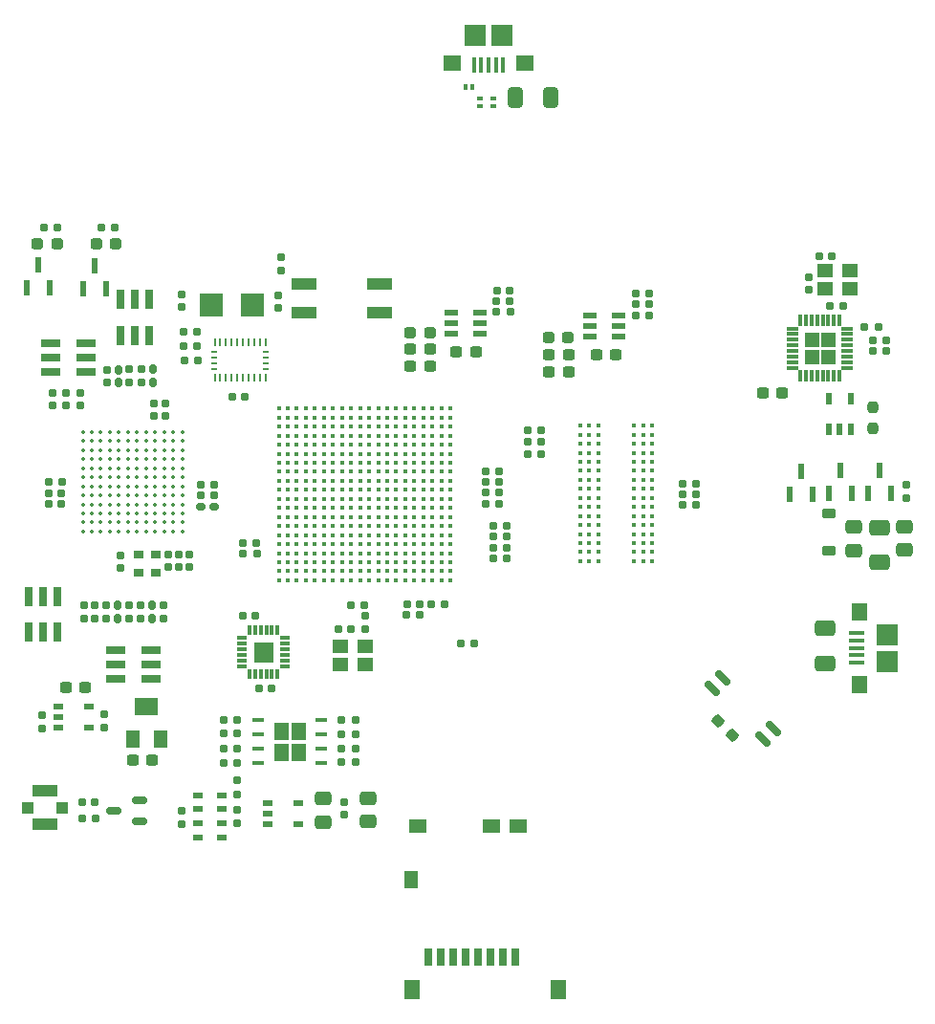
<source format=gbr>
%TF.GenerationSoftware,KiCad,Pcbnew,8.0.6*%
%TF.CreationDate,2025-01-14T20:30:26-08:00*%
%TF.ProjectId,IO_SDR_1.1,494f5f53-4452-45f3-912e-312e6b696361,rev?*%
%TF.SameCoordinates,Original*%
%TF.FileFunction,Paste,Top*%
%TF.FilePolarity,Positive*%
%FSLAX46Y46*%
G04 Gerber Fmt 4.6, Leading zero omitted, Abs format (unit mm)*
G04 Created by KiCad (PCBNEW 8.0.6) date 2025-01-14 20:30:26*
%MOMM*%
%LPD*%
G01*
G04 APERTURE LIST*
G04 Aperture macros list*
%AMRoundRect*
0 Rectangle with rounded corners*
0 $1 Rounding radius*
0 $2 $3 $4 $5 $6 $7 $8 $9 X,Y pos of 4 corners*
0 Add a 4 corners polygon primitive as box body*
4,1,4,$2,$3,$4,$5,$6,$7,$8,$9,$2,$3,0*
0 Add four circle primitives for the rounded corners*
1,1,$1+$1,$2,$3*
1,1,$1+$1,$4,$5*
1,1,$1+$1,$6,$7*
1,1,$1+$1,$8,$9*
0 Add four rect primitives between the rounded corners*
20,1,$1+$1,$2,$3,$4,$5,0*
20,1,$1+$1,$4,$5,$6,$7,0*
20,1,$1+$1,$6,$7,$8,$9,0*
20,1,$1+$1,$8,$9,$2,$3,0*%
G04 Aperture macros list end*
%ADD10C,0.010000*%
%ADD11RoundRect,0.250000X0.650000X-0.412500X0.650000X0.412500X-0.650000X0.412500X-0.650000X-0.412500X0*%
%ADD12RoundRect,0.160000X-0.160000X0.197500X-0.160000X-0.197500X0.160000X-0.197500X0.160000X0.197500X0*%
%ADD13RoundRect,0.160000X0.197500X0.160000X-0.197500X0.160000X-0.197500X-0.160000X0.197500X-0.160000X0*%
%ADD14RoundRect,0.155000X-0.212500X-0.155000X0.212500X-0.155000X0.212500X0.155000X-0.212500X0.155000X0*%
%ADD15RoundRect,0.160000X0.160000X-0.222500X0.160000X0.222500X-0.160000X0.222500X-0.160000X-0.222500X0*%
%ADD16R,0.304800X0.558800*%
%ADD17RoundRect,0.155000X0.212500X0.155000X-0.212500X0.155000X-0.212500X-0.155000X0.212500X-0.155000X0*%
%ADD18RoundRect,0.160000X-0.197500X-0.160000X0.197500X-0.160000X0.197500X0.160000X-0.197500X0.160000X0*%
%ADD19R,1.000000X1.000000*%
%ADD20R,2.200000X1.050000*%
%ADD21RoundRect,0.237500X0.237500X-0.250000X0.237500X0.250000X-0.237500X0.250000X-0.237500X-0.250000X0*%
%ADD22RoundRect,0.155000X0.155000X-0.212500X0.155000X0.212500X-0.155000X0.212500X-0.155000X-0.212500X0*%
%ADD23RoundRect,0.155000X-0.155000X0.212500X-0.155000X-0.212500X0.155000X-0.212500X0.155000X0.212500X0*%
%ADD24RoundRect,0.237500X-0.300000X-0.237500X0.300000X-0.237500X0.300000X0.237500X-0.300000X0.237500X0*%
%ADD25R,1.300000X1.600000*%
%ADD26R,2.000000X1.600000*%
%ADD27RoundRect,0.040600X-0.564400X-0.249400X0.564400X-0.249400X0.564400X0.249400X-0.564400X0.249400X0*%
%ADD28R,1.651000X0.762000*%
%ADD29RoundRect,0.250000X0.475000X-0.337500X0.475000X0.337500X-0.475000X0.337500X-0.475000X-0.337500X0*%
%ADD30R,0.558800X1.320800*%
%ADD31R,0.558800X0.304800*%
%ADD32R,0.250000X0.675000*%
%ADD33R,0.575000X0.250000*%
%ADD34RoundRect,0.225000X0.375000X-0.225000X0.375000X0.225000X-0.375000X0.225000X-0.375000X-0.225000X0*%
%ADD35R,0.800000X1.500000*%
%ADD36R,1.150000X1.500000*%
%ADD37R,1.500000X1.150000*%
%ADD38R,1.400000X1.700000*%
%ADD39RoundRect,0.237500X0.287500X0.237500X-0.287500X0.237500X-0.287500X-0.237500X0.287500X-0.237500X0*%
%ADD40RoundRect,0.237500X-0.287500X-0.237500X0.287500X-0.237500X0.287500X0.237500X-0.287500X0.237500X0*%
%ADD41RoundRect,0.002600X-0.427400X-0.127400X0.427400X-0.127400X0.427400X0.127400X-0.427400X0.127400X0*%
%ADD42RoundRect,0.002600X0.127400X-0.427400X0.127400X0.427400X-0.127400X0.427400X-0.127400X-0.427400X0*%
%ADD43RoundRect,0.002600X0.427400X0.127400X-0.427400X0.127400X-0.427400X-0.127400X0.427400X-0.127400X0*%
%ADD44RoundRect,0.002600X-0.127400X0.427400X-0.127400X-0.427400X0.127400X-0.427400X0.127400X0.427400X0*%
%ADD45RoundRect,0.008100X-0.126900X0.421900X-0.126900X-0.421900X0.126900X-0.421900X0.126900X0.421900X0*%
%ADD46RoundRect,0.008100X-0.421900X-0.126900X0.421900X-0.126900X0.421900X0.126900X-0.421900X0.126900X0*%
%ADD47R,0.952500X0.558800*%
%ADD48RoundRect,0.237500X0.300000X0.237500X-0.300000X0.237500X-0.300000X-0.237500X0.300000X-0.237500X0*%
%ADD49R,1.400000X1.200000*%
%ADD50R,0.762000X1.651000*%
%ADD51RoundRect,0.250000X-0.412500X-0.650000X0.412500X-0.650000X0.412500X0.650000X-0.412500X0.650000X0*%
%ADD52RoundRect,0.250000X-0.475000X0.337500X-0.475000X-0.337500X0.475000X-0.337500X0.475000X0.337500X0*%
%ADD53RoundRect,0.237500X0.344715X-0.008839X-0.008839X0.344715X-0.344715X0.008839X0.008839X-0.344715X0*%
%ADD54RoundRect,0.160000X0.222500X0.160000X-0.222500X0.160000X-0.222500X-0.160000X0.222500X-0.160000X0*%
%ADD55R,1.350000X0.400000*%
%ADD56R,1.400000X1.600000*%
%ADD57R,1.900000X1.900000*%
%ADD58C,0.350000*%
%ADD59C,0.410000*%
%ADD60RoundRect,0.150000X0.512500X0.150000X-0.512500X0.150000X-0.512500X-0.150000X0.512500X-0.150000X0*%
%ADD61R,2.160000X1.120000*%
%ADD62C,0.450000*%
%ADD63R,0.508000X1.003300*%
%ADD64RoundRect,0.150000X-0.574524X0.362392X0.362392X-0.574524X0.574524X-0.362392X-0.362392X0.574524X0*%
%ADD65RoundRect,0.160000X-0.160000X0.222500X-0.160000X-0.222500X0.160000X-0.222500X0.160000X0.222500X0*%
%ADD66R,1.400000X1.150000*%
%ADD67R,2.000000X2.000000*%
%ADD68R,0.950000X0.550000*%
%ADD69R,0.850000X0.650000*%
%ADD70R,0.400000X1.350000*%
%ADD71R,1.600000X1.400000*%
%ADD72RoundRect,0.160000X0.160000X-0.197500X0.160000X0.197500X-0.160000X0.197500X-0.160000X-0.197500X0*%
%ADD73R,1.100000X0.440000*%
G04 APERTURE END LIST*
D10*
%TO.C,U13*%
X177617654Y-82018184D02*
X176445724Y-82018184D01*
X176445724Y-80846254D01*
X177617654Y-80846254D01*
X177617654Y-82018184D01*
G36*
X177617654Y-82018184D02*
G01*
X176445724Y-82018184D01*
X176445724Y-80846254D01*
X177617654Y-80846254D01*
X177617654Y-82018184D01*
G37*
X177617654Y-80526185D02*
X176447084Y-80526185D01*
X176447084Y-79356254D01*
X177617654Y-79356254D01*
X177617654Y-80526185D01*
G36*
X177617654Y-80526185D02*
G01*
X176447084Y-80526185D01*
X176447084Y-79356254D01*
X177617654Y-79356254D01*
X177617654Y-80526185D01*
G37*
X179107654Y-80526063D02*
X177937845Y-80526063D01*
X177937845Y-79356254D01*
X179107654Y-79356254D01*
X179107654Y-80526063D01*
G36*
X179107654Y-80526063D02*
G01*
X177937845Y-80526063D01*
X177937845Y-79356254D01*
X179107654Y-79356254D01*
X179107654Y-80526063D01*
G37*
X179107654Y-82018364D02*
X177937908Y-82018364D01*
X177937908Y-80846254D01*
X179107654Y-80846254D01*
X179107654Y-82018364D01*
G36*
X179107654Y-82018364D02*
G01*
X177937908Y-82018364D01*
X177937908Y-80846254D01*
X179107654Y-80846254D01*
X179107654Y-82018364D01*
G37*
%TO.C,U16*%
X129318600Y-108414400D02*
X127678600Y-108414400D01*
X127678600Y-106774400D01*
X129318600Y-106774400D01*
X129318600Y-108414400D01*
G36*
X129318600Y-108414400D02*
G01*
X127678600Y-108414400D01*
X127678600Y-106774400D01*
X129318600Y-106774400D01*
X129318600Y-108414400D01*
G37*
%TO.C,U15*%
X130655400Y-115339058D02*
X129494340Y-115339058D01*
X129494340Y-113879200D01*
X130655400Y-113879200D01*
X130655400Y-115339058D01*
G36*
X130655400Y-115339058D02*
G01*
X129494340Y-115339058D01*
X129494340Y-113879200D01*
X130655400Y-113879200D01*
X130655400Y-115339058D01*
G37*
X130655400Y-117160320D02*
X129494480Y-117160320D01*
X129494480Y-115699200D01*
X130655400Y-115699200D01*
X130655400Y-117160320D01*
G36*
X130655400Y-117160320D02*
G01*
X129494480Y-117160320D01*
X129494480Y-115699200D01*
X130655400Y-115699200D01*
X130655400Y-117160320D01*
G37*
X132175400Y-115339119D02*
X131015481Y-115339119D01*
X131015481Y-113879200D01*
X132175400Y-113879200D01*
X132175400Y-115339119D01*
G36*
X132175400Y-115339119D02*
G01*
X131015481Y-115339119D01*
X131015481Y-113879200D01*
X132175400Y-113879200D01*
X132175400Y-115339119D01*
G37*
X132175400Y-117161890D02*
X131015695Y-117161890D01*
X131015695Y-115699200D01*
X132175400Y-115699200D01*
X132175400Y-117161890D01*
G36*
X132175400Y-117161890D02*
G01*
X131015695Y-117161890D01*
X131015695Y-115699200D01*
X132175400Y-115699200D01*
X132175400Y-117161890D01*
G37*
%TD*%
D11*
%TO.C,C4*%
X183080000Y-99672500D03*
X183080000Y-96547500D03*
%TD*%
D12*
%TO.C,RA23*%
X130040000Y-72652500D03*
X130040000Y-73847500D03*
%TD*%
D13*
%TO.C,RA27*%
X142347500Y-104284646D03*
X141152500Y-104284646D03*
%TD*%
D14*
%TO.C,C71*%
X122969200Y-93738600D03*
X124104200Y-93738600D03*
%TD*%
D15*
%TO.C,L13*%
X115640000Y-83742500D03*
X115640000Y-82597500D03*
%TD*%
D13*
%TO.C,RA17*%
X136627500Y-114860000D03*
X135432500Y-114860000D03*
%TD*%
D16*
%TO.C,V3*%
X146398477Y-57589984D03*
X147033475Y-57589984D03*
%TD*%
D13*
%TO.C,RA25*%
X137452700Y-103403400D03*
X136257700Y-103403400D03*
%TD*%
D17*
%TO.C,C99*%
X150014074Y-96383444D03*
X148879074Y-96383444D03*
%TD*%
D14*
%TO.C,C116*%
X165633104Y-92655994D03*
X166768104Y-92655994D03*
%TD*%
D18*
%TO.C,R36*%
X148183254Y-93487844D03*
X149378254Y-93487844D03*
%TD*%
D19*
%TO.C,J8*%
X110640000Y-121380000D03*
D20*
X109140000Y-122855000D03*
D19*
X107640000Y-121380000D03*
D20*
X109140000Y-119905000D03*
%TD*%
D13*
%TO.C,R14*%
X162672500Y-76800000D03*
X161477500Y-76800000D03*
%TD*%
D21*
%TO.C,RA4*%
X182460001Y-87779950D03*
X182460001Y-85954950D03*
%TD*%
D22*
%TO.C,C55*%
X118821200Y-86673500D03*
X118821200Y-85538500D03*
%TD*%
D23*
%TO.C,C72*%
X121967000Y-98945700D03*
X121967000Y-100080700D03*
%TD*%
%TO.C,CA8*%
X114407300Y-113110300D03*
X114407300Y-114245300D03*
%TD*%
D24*
%TO.C,CA9*%
X172707500Y-84680000D03*
X174432500Y-84680000D03*
%TD*%
D18*
%TO.C,R56*%
X121472500Y-81800000D03*
X122667500Y-81800000D03*
%TD*%
D25*
%TO.C,R29*%
X116900000Y-115300000D03*
D26*
X118150000Y-112400000D03*
D25*
X119400000Y-115300000D03*
%TD*%
D27*
%TO.C,U8*%
X145120000Y-77500000D03*
X145120000Y-78450000D03*
X145120000Y-79400000D03*
X147630000Y-79400000D03*
X147630000Y-78450000D03*
X147630000Y-77500000D03*
%TD*%
D18*
%TO.C,RA18*%
X135432500Y-113640000D03*
X136627500Y-113640000D03*
%TD*%
D17*
%TO.C,C141*%
X127766100Y-104382000D03*
X126631100Y-104382000D03*
%TD*%
D23*
%TO.C,C89*%
X113574214Y-103483904D03*
X113574214Y-104618904D03*
%TD*%
D18*
%TO.C,R34*%
X148869054Y-98339244D03*
X150064054Y-98339244D03*
%TD*%
D24*
%TO.C,C34*%
X153777500Y-82790000D03*
X155502500Y-82790000D03*
%TD*%
D22*
%TO.C,C87*%
X109840000Y-85757500D03*
X109840000Y-84622500D03*
%TD*%
D24*
%TO.C,C32*%
X141505000Y-80780000D03*
X143230000Y-80780000D03*
%TD*%
D14*
%TO.C,C100*%
X148879074Y-99279044D03*
X150014074Y-99279044D03*
%TD*%
D22*
%TO.C,C83*%
X111000000Y-85757500D03*
X111000000Y-84622500D03*
%TD*%
D28*
%TO.C,T2*%
X109650000Y-82800000D03*
X109650000Y-81530000D03*
X109650000Y-80260000D03*
X112825000Y-80260000D03*
X112825000Y-81530000D03*
X112825000Y-82800000D03*
%TD*%
D22*
%TO.C,C81*%
X114540534Y-104618924D03*
X114540534Y-103483924D03*
%TD*%
D29*
%TO.C,C5*%
X180810000Y-98607500D03*
X180810000Y-96532500D03*
%TD*%
D30*
%TO.C,QA3*%
X175108154Y-93592654D03*
X177140154Y-93592654D03*
X176124154Y-91560654D03*
%TD*%
D18*
%TO.C,R31*%
X109462500Y-92558200D03*
X110657500Y-92558200D03*
%TD*%
D23*
%TO.C,C110*%
X135660000Y-120862500D03*
X135660000Y-121997500D03*
%TD*%
D13*
%TO.C,RA16*%
X126197500Y-114830000D03*
X125002500Y-114830000D03*
%TD*%
D23*
%TO.C,C85*%
X112594224Y-103483924D03*
X112594224Y-104618924D03*
%TD*%
D31*
%TO.C,V2*%
X147635976Y-59207483D03*
X147635976Y-58572485D03*
%TD*%
D30*
%TO.C,Q4*%
X107520200Y-75359800D03*
X109552200Y-75359800D03*
X108536200Y-73327800D03*
%TD*%
D32*
%TO.C,U21*%
X124180000Y-80200000D03*
D33*
X124117500Y-81012500D03*
X124117500Y-81512500D03*
X124117500Y-82012500D03*
X124117500Y-82512500D03*
D32*
X124180000Y-83325000D03*
X124680000Y-83325000D03*
X125180000Y-83325000D03*
X125680000Y-83325000D03*
X126180000Y-83325000D03*
X126680000Y-83325000D03*
X127180000Y-83325000D03*
X127680000Y-83325000D03*
X128180000Y-83325000D03*
X128680000Y-83325000D03*
D33*
X128742500Y-82512500D03*
X128742500Y-82012500D03*
X128742500Y-81512500D03*
X128742500Y-81012500D03*
D32*
X128680000Y-80200000D03*
X128180000Y-80200000D03*
X127680000Y-80200000D03*
X127180000Y-80200000D03*
X126680000Y-80200000D03*
X126180000Y-80200000D03*
X125680000Y-80200000D03*
X125180000Y-80200000D03*
X124680000Y-80200000D03*
%TD*%
D18*
%TO.C,R30*%
X112430000Y-122320000D03*
X113625000Y-122320000D03*
%TD*%
D17*
%TO.C,CA11*%
X183627500Y-80940000D03*
X182492500Y-80940000D03*
%TD*%
D23*
%TO.C,C58*%
X115797000Y-99005700D03*
X115797000Y-100140700D03*
%TD*%
D22*
%TO.C,C82*%
X117680000Y-83687500D03*
X117680000Y-82552500D03*
%TD*%
D24*
%TO.C,C59*%
X110968300Y-110716400D03*
X112693300Y-110716400D03*
%TD*%
D12*
%TO.C,RA19*%
X137496700Y-104401800D03*
X137496700Y-105596800D03*
%TD*%
D34*
%TO.C,D1*%
X178570000Y-98577500D03*
X178570000Y-95277500D03*
%TD*%
D18*
%TO.C,R13*%
X149147500Y-77480000D03*
X150342500Y-77480000D03*
%TD*%
D14*
%TO.C,C138*%
X141198154Y-103352600D03*
X142333154Y-103352600D03*
%TD*%
D35*
%TO.C,J13*%
X150825754Y-134620000D03*
X149725754Y-134620000D03*
X148625754Y-134620000D03*
X147525754Y-134620000D03*
X146425754Y-134620000D03*
X145325754Y-134620000D03*
X144225754Y-134620000D03*
X143125754Y-134620000D03*
D36*
X141550754Y-127770000D03*
D37*
X148725754Y-123045000D03*
D38*
X154575754Y-137520000D03*
X141675754Y-137520000D03*
D37*
X151025754Y-123045000D03*
X142125754Y-123045000D03*
%TD*%
D18*
%TO.C,RA7*%
X178673154Y-76959654D03*
X179868154Y-76959654D03*
%TD*%
D39*
%TO.C,L7*%
X155495000Y-79740000D03*
X153745000Y-79740000D03*
%TD*%
D14*
%TO.C,C148*%
X125722500Y-84950000D03*
X126857500Y-84950000D03*
%TD*%
D24*
%TO.C,C33*%
X153777500Y-81280000D03*
X155502500Y-81280000D03*
%TD*%
D30*
%TO.C,QA2*%
X182028154Y-93562654D03*
X184060154Y-93562654D03*
X183044154Y-91530654D03*
%TD*%
D40*
%TO.C,D4*%
X108474000Y-71436800D03*
X110224000Y-71436800D03*
%TD*%
D41*
%TO.C,U13*%
X175342654Y-78936254D03*
X175342654Y-79436254D03*
X175342654Y-79936254D03*
X175342654Y-80436254D03*
X175342654Y-80936254D03*
X175342654Y-81436254D03*
X175342654Y-81936254D03*
X175342654Y-82436254D03*
D42*
X176027654Y-83121254D03*
X176527654Y-83121254D03*
X177027654Y-83121254D03*
X177527654Y-83121254D03*
X178027654Y-83121254D03*
X178527654Y-83121254D03*
X179027654Y-83121254D03*
X179527654Y-83121254D03*
D43*
X180212654Y-82436254D03*
X180212654Y-81936254D03*
X180212654Y-81436254D03*
X180212654Y-80936254D03*
X180212654Y-80436254D03*
X180212654Y-79936254D03*
X180212654Y-79436254D03*
X180212654Y-78936254D03*
D44*
X179527654Y-78251254D03*
X179027654Y-78251254D03*
X178527654Y-78251254D03*
X178027654Y-78251254D03*
X177527654Y-78251254D03*
X177027654Y-78251254D03*
X176527654Y-78251254D03*
X176027654Y-78251254D03*
%TD*%
D15*
%TO.C,L11*%
X118710000Y-83712500D03*
X118710000Y-82567500D03*
%TD*%
D45*
%TO.C,U16*%
X129748600Y-105659400D03*
X129248600Y-105659400D03*
X128748600Y-105659400D03*
X128248600Y-105659400D03*
X127748600Y-105659400D03*
X127248600Y-105659400D03*
D46*
X126563600Y-106344400D03*
X126563600Y-106844400D03*
X126563600Y-107344400D03*
X126563600Y-107844400D03*
X126563600Y-108344400D03*
X126563600Y-108844400D03*
D45*
X127248600Y-109529400D03*
X127748600Y-109529400D03*
X128248600Y-109529400D03*
X128748600Y-109529400D03*
X129248600Y-109529400D03*
X129748600Y-109529400D03*
D46*
X130433600Y-108844400D03*
X130433600Y-108344400D03*
X130433600Y-107844400D03*
X130433600Y-107344400D03*
X130433600Y-106844400D03*
X130433600Y-106344400D03*
%TD*%
D47*
%TO.C,U11*%
X110325850Y-112443900D03*
X110325850Y-113383400D03*
X110325850Y-114322900D03*
X113081750Y-114322900D03*
X113081750Y-112443900D03*
%TD*%
D17*
%TO.C,C76*%
X110607500Y-93498200D03*
X109472500Y-93498200D03*
%TD*%
%TO.C,CA6*%
X178847500Y-72520000D03*
X177712500Y-72520000D03*
%TD*%
D24*
%TO.C,CA7*%
X116917500Y-117120000D03*
X118642500Y-117120000D03*
%TD*%
D17*
%TO.C,C139*%
X129218500Y-110769400D03*
X128083500Y-110769400D03*
%TD*%
D14*
%TO.C,C106*%
X148193274Y-94453044D03*
X149328274Y-94453044D03*
%TD*%
D22*
%TO.C,C150*%
X129810000Y-77147500D03*
X129810000Y-76012500D03*
%TD*%
D48*
%TO.C,C29*%
X159707500Y-81260000D03*
X157982500Y-81260000D03*
%TD*%
D49*
%TO.C,CY2*%
X135344200Y-108654500D03*
X137544200Y-108654500D03*
X137544200Y-107054500D03*
X135344200Y-107054500D03*
%TD*%
D40*
%TO.C,D3*%
X113681000Y-71448200D03*
X115431000Y-71448200D03*
%TD*%
D14*
%TO.C,C119*%
X151934074Y-87956794D03*
X153069074Y-87956794D03*
%TD*%
D18*
%TO.C,RA15*%
X135432500Y-117350000D03*
X136627500Y-117350000D03*
%TD*%
D47*
%TO.C,U17*%
X128852050Y-120940500D03*
X128852050Y-121880000D03*
X128852050Y-122819500D03*
X131607950Y-122819500D03*
X131607950Y-120940500D03*
%TD*%
D50*
%TO.C,T1*%
X118400000Y-79545000D03*
X117130000Y-79545000D03*
X115860000Y-79545000D03*
X115860000Y-76370000D03*
X117130000Y-76370000D03*
X118400000Y-76370000D03*
%TD*%
D51*
%TO.C,C1*%
X150824930Y-58473930D03*
X153949930Y-58473930D03*
%TD*%
D12*
%TO.C,RA6*%
X108895500Y-113181900D03*
X108895500Y-114376900D03*
%TD*%
D17*
%TO.C,C31*%
X162632500Y-75860000D03*
X161497500Y-75860000D03*
%TD*%
D48*
%TO.C,C28*%
X147307500Y-80990000D03*
X145582500Y-80990000D03*
%TD*%
D52*
%TO.C,C108*%
X133770000Y-120582500D03*
X133770000Y-122657500D03*
%TD*%
D18*
%TO.C,RA1*%
X182489104Y-79984594D03*
X183684104Y-79984594D03*
%TD*%
D53*
%TO.C,RA3*%
X170063235Y-114945235D03*
X168772765Y-113654765D03*
%TD*%
D22*
%TO.C,C91*%
X119620544Y-104618904D03*
X119620544Y-103483904D03*
%TD*%
D54*
%TO.C,L6*%
X124129200Y-94683200D03*
X122984200Y-94683200D03*
%TD*%
D17*
%TO.C,C30*%
X150302500Y-75590000D03*
X149167500Y-75590000D03*
%TD*%
D55*
%TO.C,J1*%
X181050000Y-108540000D03*
X181050000Y-107890000D03*
X181050000Y-107240000D03*
X181050000Y-106590000D03*
X181050000Y-105940000D03*
D56*
X181275000Y-110440000D03*
X181275000Y-104040000D03*
D57*
X183725000Y-106040000D03*
X183725000Y-108440000D03*
%TD*%
D58*
%TO.C,U12*%
X112497000Y-88113200D03*
X113297000Y-88113200D03*
X114097000Y-88113200D03*
X114897000Y-88113200D03*
X115697000Y-88113200D03*
X116497000Y-88113200D03*
X117297000Y-88113200D03*
X118097000Y-88113200D03*
X118897000Y-88113200D03*
X119697000Y-88113200D03*
X120497000Y-88113200D03*
X121297000Y-88113200D03*
X112497000Y-88913200D03*
X113297000Y-88913200D03*
X114097000Y-88913200D03*
X114897000Y-88913200D03*
X115697000Y-88913200D03*
X116497000Y-88913200D03*
X117297000Y-88913200D03*
X118097000Y-88913200D03*
X118897000Y-88913200D03*
X119697000Y-88913200D03*
X120497000Y-88913200D03*
X121297000Y-88913200D03*
X112497000Y-89713200D03*
X113297000Y-89713200D03*
X114097000Y-89713200D03*
X114897000Y-89713200D03*
X115697000Y-89713200D03*
X116497000Y-89713200D03*
X117297000Y-89713200D03*
X118097000Y-89713200D03*
X118897000Y-89713200D03*
X119697000Y-89713200D03*
X120497000Y-89713200D03*
X121297000Y-89713200D03*
X112497000Y-90513200D03*
X113297000Y-90513200D03*
X114097000Y-90513200D03*
X114897000Y-90513200D03*
X115697000Y-90513200D03*
X116497000Y-90513200D03*
X117297000Y-90513200D03*
X118097000Y-90513200D03*
X118897000Y-90513200D03*
X119697000Y-90513200D03*
X120497000Y-90513200D03*
X121297000Y-90513200D03*
X112497000Y-91313200D03*
X113297000Y-91313200D03*
X114097000Y-91313200D03*
X114897000Y-91313200D03*
X115697000Y-91313200D03*
X116497000Y-91313200D03*
X117297000Y-91313200D03*
X118097000Y-91313200D03*
X118897000Y-91313200D03*
X119697000Y-91313200D03*
X120497000Y-91313200D03*
X121297000Y-91313200D03*
X112497000Y-92113200D03*
X113297000Y-92113200D03*
X114097000Y-92113200D03*
X114897000Y-92113200D03*
X115697000Y-92113200D03*
X116497000Y-92113200D03*
X117297000Y-92113200D03*
X118097000Y-92113200D03*
X118897000Y-92113200D03*
X119697000Y-92113200D03*
X120497000Y-92113200D03*
X121297000Y-92113200D03*
X112497000Y-92913200D03*
X113297000Y-92913200D03*
X114097000Y-92913200D03*
X114897000Y-92913200D03*
X115697000Y-92913200D03*
X116497000Y-92913200D03*
X117297000Y-92913200D03*
X118097000Y-92913200D03*
X118897000Y-92913200D03*
X119697000Y-92913200D03*
X120497000Y-92913200D03*
X121297000Y-92913200D03*
X112497000Y-93713200D03*
X113297000Y-93713200D03*
X114097000Y-93713200D03*
X114897000Y-93713200D03*
X115697000Y-93713200D03*
X116497000Y-93713200D03*
X117297000Y-93713200D03*
X118097000Y-93713200D03*
X118897000Y-93713200D03*
X119697000Y-93713200D03*
X120497000Y-93713200D03*
X121297000Y-93713200D03*
X112497000Y-94513200D03*
X113297000Y-94513200D03*
X114097000Y-94513200D03*
X114897000Y-94513200D03*
X115697000Y-94513200D03*
X116497000Y-94513200D03*
X117297000Y-94513200D03*
X118097000Y-94513200D03*
X118897000Y-94513200D03*
X119697000Y-94513200D03*
X120497000Y-94513200D03*
X121297000Y-94513200D03*
X112497000Y-95313200D03*
X113297000Y-95313200D03*
X114097000Y-95313200D03*
X114897000Y-95313200D03*
X115697000Y-95313200D03*
X116497000Y-95313200D03*
X117297000Y-95313200D03*
X118097000Y-95313200D03*
X118897000Y-95313200D03*
X119697000Y-95313200D03*
X120497000Y-95313200D03*
X121297000Y-95313200D03*
X112497000Y-96113200D03*
X113297000Y-96113200D03*
X114097000Y-96113200D03*
X114897000Y-96113200D03*
X115697000Y-96113200D03*
X116497000Y-96113200D03*
X117297000Y-96113200D03*
X118097000Y-96113200D03*
X118897000Y-96113200D03*
X119697000Y-96113200D03*
X120497000Y-96113200D03*
X121297000Y-96113200D03*
X112497000Y-96913200D03*
X113297000Y-96913200D03*
X114097000Y-96913200D03*
X114897000Y-96913200D03*
X115697000Y-96913200D03*
X116497000Y-96913200D03*
X117297000Y-96913200D03*
X118097000Y-96913200D03*
X118897000Y-96913200D03*
X119697000Y-96913200D03*
X120497000Y-96913200D03*
X121297000Y-96913200D03*
%TD*%
D29*
%TO.C,C3*%
X185300000Y-98547500D03*
X185300000Y-96472500D03*
%TD*%
D17*
%TO.C,C147*%
X122577500Y-80510000D03*
X121442500Y-80510000D03*
%TD*%
D18*
%TO.C,RA29*%
X109081700Y-69975000D03*
X110276700Y-69975000D03*
%TD*%
D59*
%TO.C,U18*%
X162940800Y-99542200D03*
X162140800Y-99542200D03*
X161340800Y-99542200D03*
X158140800Y-99542200D03*
X157340800Y-99542200D03*
X156540800Y-99542200D03*
X162940800Y-98742200D03*
X162140800Y-98742200D03*
X161340800Y-98742200D03*
X158140800Y-98742200D03*
X157340800Y-98742200D03*
X156540800Y-98742200D03*
X162940800Y-97942200D03*
X162140800Y-97942200D03*
X161340800Y-97942200D03*
X158140800Y-97942200D03*
X157340800Y-97942200D03*
X156540800Y-97942200D03*
X162940800Y-97142200D03*
X162140800Y-97142200D03*
X161340800Y-97142200D03*
X158140800Y-97142200D03*
X157340800Y-97142200D03*
X156540800Y-97142200D03*
X162940800Y-96342200D03*
X162140800Y-96342200D03*
X161340800Y-96342200D03*
X158140800Y-96342200D03*
X157340800Y-96342200D03*
X156540800Y-96342200D03*
X162940800Y-95542200D03*
X162140800Y-95542200D03*
X161340800Y-95542200D03*
X158140800Y-95542200D03*
X157340800Y-95542200D03*
X156540800Y-95542200D03*
X162940800Y-94742200D03*
X162140800Y-94742200D03*
X161340800Y-94742200D03*
X158140800Y-94742200D03*
X157340800Y-94742200D03*
X156540800Y-94742200D03*
X162940800Y-93942200D03*
X162140800Y-93942200D03*
X161340800Y-93942200D03*
X158140800Y-93942200D03*
X157340800Y-93942200D03*
X156540800Y-93942200D03*
X162940800Y-93142200D03*
X162140800Y-93142200D03*
X161340800Y-93142200D03*
X158140800Y-93142200D03*
X157340800Y-93142200D03*
X156540800Y-93142200D03*
X162940800Y-92342200D03*
X162140800Y-92342200D03*
X161340800Y-92342200D03*
X158140800Y-92342200D03*
X157340800Y-92342200D03*
X156540800Y-92342200D03*
X162940800Y-91542200D03*
X162140800Y-91542200D03*
X161340800Y-91542200D03*
X158140800Y-91542200D03*
X157340800Y-91542200D03*
X156540800Y-91542200D03*
X162940800Y-90742200D03*
X162140800Y-90742200D03*
X161340800Y-90742200D03*
X158140800Y-90742200D03*
X157340800Y-90742200D03*
X156540800Y-90742200D03*
X162940800Y-89942200D03*
X162140800Y-89942200D03*
X161340800Y-89942200D03*
X158140800Y-89942200D03*
X157340800Y-89942200D03*
X156540800Y-89942200D03*
X162940800Y-89142200D03*
X162140800Y-89142200D03*
X161340800Y-89142200D03*
X158140800Y-89142200D03*
X157340800Y-89142200D03*
X156540800Y-89142200D03*
X162940800Y-88342200D03*
X162140800Y-88342200D03*
X161340800Y-88342200D03*
X158140800Y-88342200D03*
X157340800Y-88342200D03*
X156540800Y-88342200D03*
X162940800Y-87542200D03*
X162140800Y-87542200D03*
X161340800Y-87542200D03*
X158140800Y-87542200D03*
X157340800Y-87542200D03*
X156540800Y-87542200D03*
%TD*%
D60*
%TO.C,D2*%
X117527500Y-122580000D03*
X117527500Y-120680000D03*
X115252500Y-121630000D03*
%TD*%
D17*
%TO.C,C146*%
X122597500Y-79230000D03*
X121462500Y-79230000D03*
%TD*%
%TO.C,C120*%
X153069074Y-88976194D03*
X151934074Y-88976194D03*
%TD*%
D61*
%TO.C,SW1*%
X132090000Y-75030000D03*
X132090000Y-77570000D03*
X138820000Y-77570000D03*
X138820000Y-75030000D03*
%TD*%
D62*
%TO.C,U14*%
X145053054Y-101231654D03*
X144253054Y-101231654D03*
X143453054Y-101231654D03*
X142653054Y-101231654D03*
X141853054Y-101231654D03*
X141053054Y-101231654D03*
X140253054Y-101231654D03*
X139453054Y-101231654D03*
X138653054Y-101231654D03*
X137853054Y-101231654D03*
X137053054Y-101231654D03*
X136253054Y-101231654D03*
X135453054Y-101231654D03*
X134653054Y-101231654D03*
X133853054Y-101231654D03*
X133053054Y-101231654D03*
X132253054Y-101231654D03*
X131453054Y-101231654D03*
X130653054Y-101231654D03*
X129853054Y-101231654D03*
X145053054Y-100431654D03*
X144253054Y-100431654D03*
X143453054Y-100431654D03*
X142653054Y-100431654D03*
X141853054Y-100431654D03*
X141053054Y-100431654D03*
X140253054Y-100431654D03*
X139453054Y-100431654D03*
X138653054Y-100431654D03*
X137853054Y-100431654D03*
X137053054Y-100431654D03*
X136253054Y-100431654D03*
X135453054Y-100431654D03*
X134653054Y-100431654D03*
X133853054Y-100431654D03*
X133053054Y-100431654D03*
X132253054Y-100431654D03*
X131453054Y-100431654D03*
X130653054Y-100431654D03*
X129853054Y-100431654D03*
X145053054Y-99631654D03*
X144253054Y-99631654D03*
X143453054Y-99631654D03*
X142653054Y-99631654D03*
X141853054Y-99631654D03*
X141053054Y-99631654D03*
X140253054Y-99631654D03*
X139453054Y-99631654D03*
X138653054Y-99631654D03*
X137853054Y-99631654D03*
X137053054Y-99631654D03*
X136253054Y-99631654D03*
X135453054Y-99631654D03*
X134653054Y-99631654D03*
X133853054Y-99631654D03*
X133053054Y-99631654D03*
X132253054Y-99631654D03*
X131453054Y-99631654D03*
X130653054Y-99631654D03*
X129853054Y-99631654D03*
X145053054Y-98831654D03*
X144253054Y-98831654D03*
X143453054Y-98831654D03*
X142653054Y-98831654D03*
X141853054Y-98831654D03*
X141053054Y-98831654D03*
X140253054Y-98831654D03*
X139453054Y-98831654D03*
X138653054Y-98831654D03*
X137853054Y-98831654D03*
X137053054Y-98831654D03*
X136253054Y-98831654D03*
X135453054Y-98831654D03*
X134653054Y-98831654D03*
X133853054Y-98831654D03*
X133053054Y-98831654D03*
X132253054Y-98831654D03*
X131453054Y-98831654D03*
X130653054Y-98831654D03*
X129853054Y-98831654D03*
X145053054Y-98031654D03*
X144253054Y-98031654D03*
X143453054Y-98031654D03*
X142653054Y-98031654D03*
X141853054Y-98031654D03*
X141053054Y-98031654D03*
X140253054Y-98031654D03*
X139453054Y-98031654D03*
X138653054Y-98031654D03*
X137853054Y-98031654D03*
X137053054Y-98031654D03*
X136253054Y-98031654D03*
X135453054Y-98031654D03*
X134653054Y-98031654D03*
X133853054Y-98031654D03*
X133053054Y-98031654D03*
X132253054Y-98031654D03*
X131453054Y-98031654D03*
X130653054Y-98031654D03*
X129853054Y-98031654D03*
X145053054Y-97231654D03*
X144253054Y-97231654D03*
X143453054Y-97231654D03*
X142653054Y-97231654D03*
X141853054Y-97231654D03*
X141053054Y-97231654D03*
X140253054Y-97231654D03*
X139453054Y-97231654D03*
X138653054Y-97231654D03*
X137853054Y-97231654D03*
X137053054Y-97231654D03*
X136253054Y-97231654D03*
X135453054Y-97231654D03*
X134653054Y-97231654D03*
X133853054Y-97231654D03*
X133053054Y-97231654D03*
X132253054Y-97231654D03*
X131453054Y-97231654D03*
X130653054Y-97231654D03*
X129853054Y-97231654D03*
X145053054Y-96431654D03*
X144253054Y-96431654D03*
X143453054Y-96431654D03*
X142653054Y-96431654D03*
X141853054Y-96431654D03*
X141053054Y-96431654D03*
X140253054Y-96431654D03*
X139453054Y-96431654D03*
X138653054Y-96431654D03*
X137853054Y-96431654D03*
X137053054Y-96431654D03*
X136253054Y-96431654D03*
X135453054Y-96431654D03*
X134653054Y-96431654D03*
X133853054Y-96431654D03*
X133053054Y-96431654D03*
X132253054Y-96431654D03*
X131453054Y-96431654D03*
X130653054Y-96431654D03*
X129853054Y-96431654D03*
X145053054Y-95631654D03*
X144253054Y-95631654D03*
X143453054Y-95631654D03*
X142653054Y-95631654D03*
X141853054Y-95631654D03*
X141053054Y-95631654D03*
X140253054Y-95631654D03*
X139453054Y-95631654D03*
X138653054Y-95631654D03*
X137853054Y-95631654D03*
X137053054Y-95631654D03*
X136253054Y-95631654D03*
X135453054Y-95631654D03*
X134653054Y-95631654D03*
X133853054Y-95631654D03*
X133053054Y-95631654D03*
X132253054Y-95631654D03*
X131453054Y-95631654D03*
X130653054Y-95631654D03*
X129853054Y-95631654D03*
X145053054Y-94831654D03*
X144253054Y-94831654D03*
X143453054Y-94831654D03*
X142653054Y-94831654D03*
X141853054Y-94831654D03*
X141053054Y-94831654D03*
X140253054Y-94831654D03*
X139453054Y-94831654D03*
X138653054Y-94831654D03*
X137853054Y-94831654D03*
X137053054Y-94831654D03*
X136253054Y-94831654D03*
X135453054Y-94831654D03*
X134653054Y-94831654D03*
X133853054Y-94831654D03*
X133053054Y-94831654D03*
X132253054Y-94831654D03*
X131453054Y-94831654D03*
X130653054Y-94831654D03*
X129853054Y-94831654D03*
X145053054Y-94031654D03*
X144253054Y-94031654D03*
X143453054Y-94031654D03*
X142653054Y-94031654D03*
X141853054Y-94031654D03*
X141053054Y-94031654D03*
X140253054Y-94031654D03*
X139453054Y-94031654D03*
X138653054Y-94031654D03*
X137853054Y-94031654D03*
X137053054Y-94031654D03*
X136253054Y-94031654D03*
X135453054Y-94031654D03*
X134653054Y-94031654D03*
X133853054Y-94031654D03*
X133053054Y-94031654D03*
X132253054Y-94031654D03*
X131453054Y-94031654D03*
X130653054Y-94031654D03*
X129853054Y-94031654D03*
X145053054Y-93231654D03*
X144253054Y-93231654D03*
X143453054Y-93231654D03*
X142653054Y-93231654D03*
X141853054Y-93231654D03*
X141053054Y-93231654D03*
X140253054Y-93231654D03*
X139453054Y-93231654D03*
X138653054Y-93231654D03*
X137853054Y-93231654D03*
X137053054Y-93231654D03*
X136253054Y-93231654D03*
X135453054Y-93231654D03*
X134653054Y-93231654D03*
X133853054Y-93231654D03*
X133053054Y-93231654D03*
X132253054Y-93231654D03*
X131453054Y-93231654D03*
X130653054Y-93231654D03*
X129853054Y-93231654D03*
X145053054Y-92431654D03*
X144253054Y-92431654D03*
X143453054Y-92431654D03*
X142653054Y-92431654D03*
X141853054Y-92431654D03*
X141053054Y-92431654D03*
X140253054Y-92431654D03*
X139453054Y-92431654D03*
X138653054Y-92431654D03*
X137853054Y-92431654D03*
X137053054Y-92431654D03*
X136253054Y-92431654D03*
X135453054Y-92431654D03*
X134653054Y-92431654D03*
X133853054Y-92431654D03*
X133053054Y-92431654D03*
X132253054Y-92431654D03*
X131453054Y-92431654D03*
X130653054Y-92431654D03*
X129853054Y-92431654D03*
X145053054Y-91631654D03*
X144253054Y-91631654D03*
X143453054Y-91631654D03*
X142653054Y-91631654D03*
X141853054Y-91631654D03*
X141053054Y-91631654D03*
X140253054Y-91631654D03*
X139453054Y-91631654D03*
X138653054Y-91631654D03*
X137853054Y-91631654D03*
X137053054Y-91631654D03*
X136253054Y-91631654D03*
X135453054Y-91631654D03*
X134653054Y-91631654D03*
X133853054Y-91631654D03*
X133053054Y-91631654D03*
X132253054Y-91631654D03*
X131453054Y-91631654D03*
X130653054Y-91631654D03*
X129853054Y-91631654D03*
X145053054Y-90831654D03*
X144253054Y-90831654D03*
X143453054Y-90831654D03*
X142653054Y-90831654D03*
X141853054Y-90831654D03*
X141053054Y-90831654D03*
X140253054Y-90831654D03*
X139453054Y-90831654D03*
X138653054Y-90831654D03*
X137853054Y-90831654D03*
X137053054Y-90831654D03*
X136253054Y-90831654D03*
X135453054Y-90831654D03*
X134653054Y-90831654D03*
X133853054Y-90831654D03*
X133053054Y-90831654D03*
X132253054Y-90831654D03*
X131453054Y-90831654D03*
X130653054Y-90831654D03*
X129853054Y-90831654D03*
X145053054Y-90031654D03*
X144253054Y-90031654D03*
X143453054Y-90031654D03*
X142653054Y-90031654D03*
X141853054Y-90031654D03*
X141053054Y-90031654D03*
X140253054Y-90031654D03*
X139453054Y-90031654D03*
X138653054Y-90031654D03*
X137853054Y-90031654D03*
X137053054Y-90031654D03*
X136253054Y-90031654D03*
X135453054Y-90031654D03*
X134653054Y-90031654D03*
X133853054Y-90031654D03*
X133053054Y-90031654D03*
X132253054Y-90031654D03*
X131453054Y-90031654D03*
X130653054Y-90031654D03*
X129853054Y-90031654D03*
X145053054Y-89231654D03*
X144253054Y-89231654D03*
X143453054Y-89231654D03*
X142653054Y-89231654D03*
X141853054Y-89231654D03*
X141053054Y-89231654D03*
X140253054Y-89231654D03*
X139453054Y-89231654D03*
X138653054Y-89231654D03*
X137853054Y-89231654D03*
X137053054Y-89231654D03*
X136253054Y-89231654D03*
X135453054Y-89231654D03*
X134653054Y-89231654D03*
X133853054Y-89231654D03*
X133053054Y-89231654D03*
X132253054Y-89231654D03*
X131453054Y-89231654D03*
X130653054Y-89231654D03*
X129853054Y-89231654D03*
X145053054Y-88431654D03*
X144253054Y-88431654D03*
X143453054Y-88431654D03*
X142653054Y-88431654D03*
X141853054Y-88431654D03*
X141053054Y-88431654D03*
X140253054Y-88431654D03*
X139453054Y-88431654D03*
X138653054Y-88431654D03*
X137853054Y-88431654D03*
X137053054Y-88431654D03*
X136253054Y-88431654D03*
X135453054Y-88431654D03*
X134653054Y-88431654D03*
X133853054Y-88431654D03*
X133053054Y-88431654D03*
X132253054Y-88431654D03*
X131453054Y-88431654D03*
X130653054Y-88431654D03*
X129853054Y-88431654D03*
X145053054Y-87631654D03*
X144253054Y-87631654D03*
X143453054Y-87631654D03*
X142653054Y-87631654D03*
X141853054Y-87631654D03*
X141053054Y-87631654D03*
X140253054Y-87631654D03*
X139453054Y-87631654D03*
X138653054Y-87631654D03*
X137853054Y-87631654D03*
X137053054Y-87631654D03*
X136253054Y-87631654D03*
X135453054Y-87631654D03*
X134653054Y-87631654D03*
X133853054Y-87631654D03*
X133053054Y-87631654D03*
X132253054Y-87631654D03*
X131453054Y-87631654D03*
X130653054Y-87631654D03*
X129853054Y-87631654D03*
X145053054Y-86831654D03*
X144253054Y-86831654D03*
X143453054Y-86831654D03*
X142653054Y-86831654D03*
X141853054Y-86831654D03*
X141053054Y-86831654D03*
X140253054Y-86831654D03*
X139453054Y-86831654D03*
X138653054Y-86831654D03*
X137853054Y-86831654D03*
X137053054Y-86831654D03*
X136253054Y-86831654D03*
X135453054Y-86831654D03*
X134653054Y-86831654D03*
X133853054Y-86831654D03*
X133053054Y-86831654D03*
X132253054Y-86831654D03*
X131453054Y-86831654D03*
X130653054Y-86831654D03*
X129853054Y-86831654D03*
X145053054Y-86031654D03*
X144253054Y-86031654D03*
X143453054Y-86031654D03*
X142653054Y-86031654D03*
X141853054Y-86031654D03*
X141053054Y-86031654D03*
X140253054Y-86031654D03*
X139453054Y-86031654D03*
X138653054Y-86031654D03*
X137853054Y-86031654D03*
X137053054Y-86031654D03*
X136253054Y-86031654D03*
X135453054Y-86031654D03*
X134653054Y-86031654D03*
X133853054Y-86031654D03*
X133053054Y-86031654D03*
X132253054Y-86031654D03*
X131453054Y-86031654D03*
X130653054Y-86031654D03*
X129853054Y-86031654D03*
%TD*%
D31*
%TO.C,V1*%
X148815976Y-59207483D03*
X148815976Y-58572485D03*
%TD*%
D63*
%TO.C,U2*%
X178579999Y-87842550D03*
X179530000Y-87842550D03*
X180480001Y-87842550D03*
X180480001Y-85137450D03*
X178579999Y-85137450D03*
%TD*%
D64*
%TO.C,U1*%
X169159906Y-109879103D03*
X168261880Y-110777129D03*
X172769686Y-115284935D03*
X173667712Y-114386909D03*
%TD*%
D12*
%TO.C,R52*%
X126182500Y-118972500D03*
X126182500Y-120167500D03*
%TD*%
D18*
%TO.C,RA24*%
X126696700Y-97961400D03*
X127891700Y-97961400D03*
%TD*%
D17*
%TO.C,C77*%
X110607500Y-94438000D03*
X109472500Y-94438000D03*
%TD*%
D11*
%TO.C,C2*%
X178213200Y-108597300D03*
X178213200Y-105472300D03*
%TD*%
D65*
%TO.C,L14*%
X118604554Y-103478904D03*
X118604554Y-104623904D03*
%TD*%
D27*
%TO.C,U7*%
X157435000Y-77790000D03*
X157435000Y-78740000D03*
X157435000Y-79690000D03*
X159945000Y-79690000D03*
X159945000Y-78740000D03*
X159945000Y-77790000D03*
%TD*%
D18*
%TO.C,RA21*%
X143372500Y-103360000D03*
X144567500Y-103360000D03*
%TD*%
D66*
%TO.C,Y2*%
X180429254Y-73810254D03*
X178229254Y-73810254D03*
X178229254Y-75410254D03*
X180429254Y-75410254D03*
%TD*%
D23*
%TO.C,C73*%
X121037000Y-98945700D03*
X121037000Y-100080700D03*
%TD*%
D18*
%TO.C,R44*%
X151884074Y-90056004D03*
X153079074Y-90056004D03*
%TD*%
D13*
%TO.C,R12*%
X150332500Y-76530000D03*
X149137500Y-76530000D03*
%TD*%
D23*
%TO.C,C88*%
X117588514Y-103483894D03*
X117588514Y-104618894D03*
%TD*%
D30*
%TO.C,QA1*%
X178588154Y-93542654D03*
X180620154Y-93542654D03*
X179604154Y-91510654D03*
%TD*%
%TO.C,Q3*%
X112524000Y-75436000D03*
X114556000Y-75436000D03*
X113540000Y-73404000D03*
%TD*%
D18*
%TO.C,RA10*%
X181742504Y-78810004D03*
X182937504Y-78810004D03*
%TD*%
D23*
%TO.C,C90*%
X112280000Y-84622500D03*
X112280000Y-85757500D03*
%TD*%
%TO.C,C80*%
X114670000Y-82592500D03*
X114670000Y-83727500D03*
%TD*%
D17*
%TO.C,C115*%
X166768104Y-94535594D03*
X165633104Y-94535594D03*
%TD*%
D50*
%TO.C,T4*%
X110280000Y-105835000D03*
X109010000Y-105835000D03*
X107740000Y-105835000D03*
X107740000Y-102660000D03*
X109010000Y-102660000D03*
X110280000Y-102660000D03*
%TD*%
D13*
%TO.C,RA13*%
X126187500Y-116170000D03*
X124992500Y-116170000D03*
%TD*%
D14*
%TO.C,C111*%
X135122500Y-105540000D03*
X136257500Y-105540000D03*
%TD*%
D67*
%TO.C,Y3*%
X123890000Y-76870000D03*
X127490000Y-76870000D03*
%TD*%
D24*
%TO.C,C35*%
X141522500Y-82250000D03*
X143247500Y-82250000D03*
%TD*%
D18*
%TO.C,RA14*%
X124982500Y-117420000D03*
X126177500Y-117420000D03*
%TD*%
D14*
%TO.C,C63*%
X122969200Y-92773400D03*
X124104200Y-92773400D03*
%TD*%
D12*
%TO.C,R53*%
X121292500Y-121672500D03*
X121292500Y-122867500D03*
%TD*%
D17*
%TO.C,C105*%
X149331114Y-91580004D03*
X148196114Y-91580004D03*
%TD*%
D68*
%TO.C,U19*%
X122670000Y-120270000D03*
X122670000Y-121520000D03*
X122670000Y-122770000D03*
X122670000Y-124020000D03*
X124820000Y-124020000D03*
X124820000Y-122770000D03*
X124820000Y-121520000D03*
X124820000Y-120270000D03*
%TD*%
D69*
%TO.C,CY1*%
X117412000Y-98928200D03*
X117412000Y-100578200D03*
X118962000Y-100578200D03*
X118962000Y-98928200D03*
%TD*%
D70*
%TO.C,J2*%
X149720630Y-55646830D03*
X149070630Y-55646830D03*
X148420630Y-55646831D03*
X147770630Y-55646830D03*
X147120630Y-55646830D03*
D71*
X151620630Y-55421830D03*
X145220630Y-55421830D03*
D57*
X147220630Y-52971830D03*
X149620630Y-52971830D03*
%TD*%
D18*
%TO.C,RA11*%
X135432500Y-116120000D03*
X136627500Y-116120000D03*
%TD*%
D22*
%TO.C,C149*%
X121290000Y-77027500D03*
X121290000Y-75892500D03*
%TD*%
D18*
%TO.C,RA28*%
X114161700Y-70000400D03*
X115356700Y-70000400D03*
%TD*%
D39*
%TO.C,L8*%
X143252500Y-79320000D03*
X141502500Y-79320000D03*
%TD*%
D72*
%TO.C,RA2*%
X185430000Y-93997500D03*
X185430000Y-92802500D03*
%TD*%
D18*
%TO.C,RA12*%
X124972500Y-113620000D03*
X126167500Y-113620000D03*
%TD*%
D52*
%TO.C,C109*%
X137760000Y-120542500D03*
X137760000Y-122617500D03*
%TD*%
D18*
%TO.C,R39*%
X145952500Y-106860000D03*
X147147500Y-106860000D03*
%TD*%
%TO.C,R15*%
X161477500Y-77760000D03*
X162672500Y-77760000D03*
%TD*%
D22*
%TO.C,C57*%
X119775200Y-86673500D03*
X119775200Y-85538500D03*
%TD*%
%TO.C,C86*%
X116590000Y-83707500D03*
X116590000Y-82572500D03*
%TD*%
D23*
%TO.C,C84*%
X116598524Y-103483914D03*
X116598524Y-104618914D03*
%TD*%
D28*
%TO.C,T3*%
X115385000Y-109940000D03*
X115385000Y-108670000D03*
X115385000Y-107400000D03*
X118560000Y-107400000D03*
X118560000Y-108670000D03*
X118560000Y-109940000D03*
%TD*%
D22*
%TO.C,C67*%
X120107000Y-100090700D03*
X120107000Y-98955700D03*
%TD*%
D72*
%TO.C,R51*%
X126192500Y-122777500D03*
X126192500Y-121582500D03*
%TD*%
D18*
%TO.C,RA26*%
X126710000Y-98910000D03*
X127905000Y-98910000D03*
%TD*%
D13*
%TO.C,R35*%
X149378254Y-92522644D03*
X148183254Y-92522644D03*
%TD*%
%TO.C,R33*%
X150064054Y-97348644D03*
X148869054Y-97348644D03*
%TD*%
D73*
%TO.C,U15*%
X128020400Y-113614200D03*
X128020400Y-114884200D03*
X128020400Y-116154200D03*
X128020400Y-117424200D03*
X133650400Y-117424200D03*
X133650400Y-116154200D03*
X133650400Y-114884200D03*
X133650400Y-113614200D03*
%TD*%
D18*
%TO.C,R45*%
X165623084Y-93592804D03*
X166818084Y-93592804D03*
%TD*%
D65*
%TO.C,L12*%
X115556534Y-103478914D03*
X115556534Y-104623914D03*
%TD*%
D17*
%TO.C,C65*%
X113547500Y-120920000D03*
X112412500Y-120920000D03*
%TD*%
D22*
%TO.C,CA5*%
X176763854Y-75533354D03*
X176763854Y-74398354D03*
%TD*%
M02*

</source>
